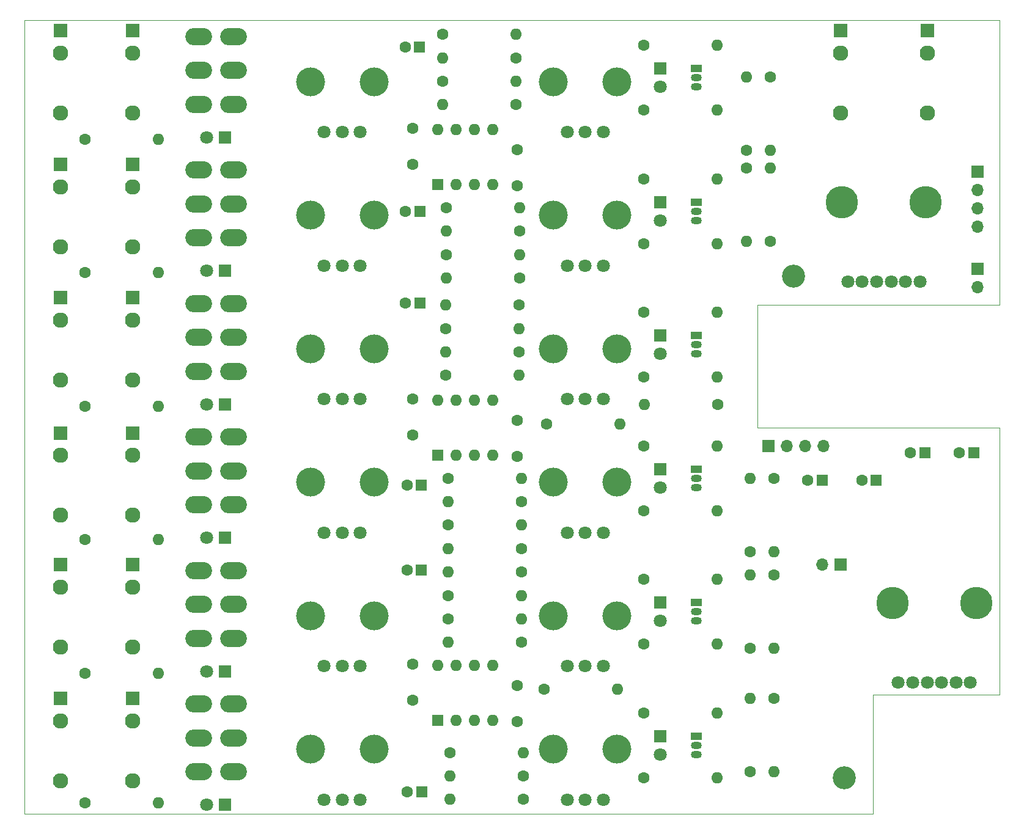
<source format=gts>
G04 #@! TF.GenerationSoftware,KiCad,Pcbnew,(6.0.0)*
G04 #@! TF.CreationDate,2022-04-30T23:28:04+02:00*
G04 #@! TF.ProjectId,Output-mixer,4f757470-7574-42d6-9d69-7865722e6b69,rev?*
G04 #@! TF.SameCoordinates,Original*
G04 #@! TF.FileFunction,Soldermask,Top*
G04 #@! TF.FilePolarity,Negative*
%FSLAX46Y46*%
G04 Gerber Fmt 4.6, Leading zero omitted, Abs format (unit mm)*
G04 Created by KiCad (PCBNEW (6.0.0)) date 2022-04-30 23:28:04*
%MOMM*%
%LPD*%
G01*
G04 APERTURE LIST*
G04 #@! TA.AperFunction,Profile*
%ADD10C,0.050000*%
G04 #@! TD*
G04 #@! TA.AperFunction,Profile*
%ADD11C,0.100000*%
G04 #@! TD*
%ADD12C,4.000000*%
%ADD13C,1.800000*%
%ADD14C,1.600000*%
%ADD15O,1.600000X1.600000*%
%ADD16R,1.600000X1.600000*%
%ADD17R,1.930000X1.830000*%
%ADD18C,2.130000*%
%ADD19O,3.700000X2.400000*%
%ADD20R,1.800000X1.800000*%
%ADD21C,4.500000*%
%ADD22C,3.200000*%
%ADD23R,1.500000X1.050000*%
%ADD24O,1.500000X1.050000*%
%ADD25R,1.700000X1.700000*%
%ADD26O,1.700000X1.700000*%
G04 APERTURE END LIST*
D10*
X152000000Y-31000000D02*
X152000000Y-70500000D01*
X17000000Y-31000000D02*
X17000000Y-141000000D01*
X17000000Y-31000000D02*
X152000000Y-31000000D01*
D11*
X118500000Y-87500000D02*
X118500000Y-70500000D01*
X152000000Y-87500000D02*
X118500000Y-87500000D01*
X152000000Y-87500000D02*
X152000000Y-124500000D01*
X118500000Y-70500000D02*
X152000000Y-70500000D01*
D10*
X17000000Y-141000000D02*
X134500000Y-141000000D01*
D11*
X152000000Y-124500000D02*
X134500000Y-124500000D01*
X134500000Y-124500000D02*
X134500000Y-141000000D01*
D12*
X65400000Y-39550000D03*
X56600000Y-39550000D03*
D13*
X63500000Y-46550000D03*
X61000000Y-46550000D03*
X58500000Y-46550000D03*
D14*
X85250000Y-123250000D03*
X85250000Y-128250000D03*
X86080000Y-139000000D03*
D15*
X75920000Y-139000000D03*
D14*
X120250000Y-38920000D03*
D15*
X120250000Y-49080000D03*
D14*
X117000000Y-51500000D03*
D15*
X117000000Y-61660000D03*
D14*
X70750000Y-46000000D03*
X70750000Y-51000000D03*
D16*
X71955112Y-95500000D03*
D14*
X69955112Y-95500000D03*
D17*
X22000000Y-106500000D03*
D18*
X22000000Y-117900000D03*
X22000000Y-109600000D03*
D16*
X134955113Y-94750000D03*
D14*
X132955113Y-94750000D03*
D19*
X41100000Y-70300000D03*
X41100000Y-75000000D03*
X41100000Y-79700000D03*
X45900000Y-70300000D03*
X45900000Y-75000000D03*
X45900000Y-79700000D03*
D16*
X72000000Y-138000000D03*
D14*
X70000000Y-138000000D03*
D20*
X105000000Y-56225000D03*
D13*
X105000000Y-58765000D03*
D14*
X75340000Y-80250000D03*
D15*
X85500000Y-80250000D03*
D14*
X102780000Y-136000000D03*
D15*
X112940000Y-136000000D03*
D14*
X102780000Y-62000000D03*
D15*
X112940000Y-62000000D03*
D12*
X99040000Y-95050000D03*
X90240000Y-95050000D03*
D13*
X97140000Y-102050000D03*
X94640000Y-102050000D03*
X92140000Y-102050000D03*
X133000000Y-67275000D03*
X131000000Y-67275000D03*
X141000000Y-67275000D03*
X135000000Y-67275000D03*
X137000000Y-67275000D03*
X139000000Y-67275000D03*
D21*
X130200000Y-56275000D03*
X141800000Y-56275000D03*
D16*
X127455112Y-94750000D03*
D14*
X125455112Y-94750000D03*
X85500000Y-70500000D03*
D15*
X75340000Y-70500000D03*
D12*
X56600000Y-113550000D03*
X65400000Y-113550000D03*
D13*
X63500000Y-120550000D03*
X61000000Y-120550000D03*
X58500000Y-120550000D03*
D14*
X85830000Y-107500000D03*
D15*
X75670000Y-107500000D03*
D16*
X71955112Y-107250000D03*
D14*
X69955112Y-107250000D03*
X85250000Y-49000000D03*
X85250000Y-54000000D03*
D12*
X56600000Y-58050000D03*
X65400000Y-58050000D03*
D13*
X63500000Y-65050000D03*
X61000000Y-65050000D03*
X58500000Y-65050000D03*
D12*
X99040000Y-76550000D03*
X90240000Y-76550000D03*
D13*
X97140000Y-83550000D03*
X94640000Y-83550000D03*
X92140000Y-83550000D03*
D14*
X86080000Y-135750000D03*
D15*
X75920000Y-135750000D03*
D22*
X130500000Y-136000000D03*
D14*
X75420000Y-57000000D03*
D15*
X85580000Y-57000000D03*
D17*
X32000000Y-51000000D03*
D18*
X32000000Y-62400000D03*
X32000000Y-54100000D03*
D14*
X102780000Y-127000000D03*
D15*
X112940000Y-127000000D03*
D17*
X32000000Y-106500000D03*
D18*
X32000000Y-117900000D03*
X32000000Y-109600000D03*
D17*
X21960000Y-32500000D03*
D18*
X21960000Y-43900000D03*
X21960000Y-35600000D03*
D16*
X71750000Y-57500000D03*
D14*
X69750000Y-57500000D03*
D19*
X41100000Y-107300000D03*
X41100000Y-112000000D03*
X41100000Y-116700000D03*
X45900000Y-107300000D03*
X45900000Y-112000000D03*
X45900000Y-116700000D03*
D17*
X22000000Y-125000000D03*
D18*
X22000000Y-136400000D03*
X22000000Y-128100000D03*
D14*
X120750000Y-125000000D03*
D15*
X120750000Y-135160000D03*
D23*
X110000000Y-37730000D03*
D24*
X110000000Y-39000000D03*
X110000000Y-40270000D03*
D23*
X110000000Y-93230000D03*
D24*
X110000000Y-94500000D03*
X110000000Y-95770000D03*
D14*
X102780000Y-43500000D03*
D15*
X112940000Y-43500000D03*
D17*
X32000000Y-69500000D03*
D18*
X32000000Y-80900000D03*
X32000000Y-72600000D03*
D14*
X120250000Y-61660000D03*
D15*
X120250000Y-51500000D03*
D20*
X105000000Y-130225000D03*
D13*
X105000000Y-132765000D03*
D14*
X102780000Y-117500000D03*
D15*
X112940000Y-117500000D03*
D19*
X41100000Y-33300000D03*
X41100000Y-38000000D03*
X41100000Y-42700000D03*
X45900000Y-33300000D03*
X45900000Y-38000000D03*
X45900000Y-42700000D03*
D14*
X102780000Y-108500000D03*
D15*
X112940000Y-108500000D03*
D20*
X105000000Y-111725000D03*
D13*
X105000000Y-114265000D03*
D14*
X117000000Y-49080000D03*
D15*
X117000000Y-38920000D03*
D14*
X102780000Y-80500000D03*
D15*
X112940000Y-80500000D03*
D17*
X22000000Y-51000000D03*
D18*
X22000000Y-62400000D03*
X22000000Y-54100000D03*
D16*
X74200000Y-128050000D03*
D15*
X76740000Y-128050000D03*
X79280000Y-128050000D03*
X81820000Y-128050000D03*
X81820000Y-120430000D03*
X79280000Y-120430000D03*
X76740000Y-120430000D03*
X74200000Y-120430000D03*
D16*
X148455113Y-91000000D03*
D14*
X146455113Y-91000000D03*
D12*
X56600000Y-76550000D03*
X65400000Y-76550000D03*
D13*
X63500000Y-83550000D03*
X61000000Y-83550000D03*
X58500000Y-83550000D03*
D17*
X22000000Y-88220000D03*
D18*
X22000000Y-99620000D03*
X22000000Y-91320000D03*
D14*
X102780000Y-53000000D03*
D15*
X112940000Y-53000000D03*
D14*
X85080000Y-36250000D03*
D15*
X74920000Y-36250000D03*
D14*
X25340000Y-66000000D03*
D15*
X35500000Y-66000000D03*
D17*
X142000000Y-32500000D03*
D18*
X142000000Y-43900000D03*
X142000000Y-35600000D03*
D13*
X140000000Y-122775000D03*
X138000000Y-122775000D03*
X148000000Y-122775000D03*
X142000000Y-122775000D03*
X144000000Y-122775000D03*
X146000000Y-122775000D03*
D21*
X137200000Y-111775000D03*
X148800000Y-111775000D03*
D12*
X65400000Y-95050000D03*
X56600000Y-95050000D03*
D13*
X63500000Y-102050000D03*
X61000000Y-102050000D03*
X58500000Y-102050000D03*
D14*
X102780000Y-71500000D03*
D15*
X112940000Y-71500000D03*
D14*
X113000000Y-84250000D03*
D15*
X102840000Y-84250000D03*
D17*
X22000000Y-69500000D03*
D18*
X22000000Y-80900000D03*
X22000000Y-72600000D03*
D14*
X89250000Y-87000000D03*
D15*
X99410000Y-87000000D03*
D14*
X70750000Y-120250000D03*
X70750000Y-125250000D03*
D17*
X31960000Y-32500000D03*
D18*
X31960000Y-43900000D03*
X31960000Y-35600000D03*
D14*
X120750000Y-94500000D03*
D15*
X120750000Y-104660000D03*
D14*
X75670000Y-110750000D03*
D15*
X85830000Y-110750000D03*
D14*
X85830000Y-117250000D03*
D15*
X75670000Y-117250000D03*
D14*
X75420000Y-63500000D03*
D15*
X85580000Y-63500000D03*
D12*
X99040000Y-113550000D03*
X90240000Y-113550000D03*
D13*
X97140000Y-120550000D03*
X94640000Y-120550000D03*
X92140000Y-120550000D03*
D14*
X120750000Y-107920000D03*
D15*
X120750000Y-118080000D03*
D16*
X71705113Y-34750000D03*
D14*
X69705113Y-34750000D03*
X75340000Y-73750000D03*
D15*
X85500000Y-73750000D03*
D16*
X71750000Y-70250000D03*
D14*
X69750000Y-70250000D03*
D20*
X44775000Y-47250000D03*
D13*
X42235000Y-47250000D03*
D14*
X75670000Y-114000000D03*
D15*
X85830000Y-114000000D03*
D16*
X141705113Y-91000000D03*
D14*
X139705113Y-91000000D03*
X117500000Y-118080000D03*
D15*
X117500000Y-107920000D03*
D14*
X88920000Y-123750000D03*
D15*
X99080000Y-123750000D03*
D14*
X75920000Y-132500000D03*
D15*
X86080000Y-132500000D03*
D17*
X32000000Y-88220000D03*
D18*
X32000000Y-99620000D03*
X32000000Y-91320000D03*
D14*
X75670000Y-101000000D03*
D15*
X85830000Y-101000000D03*
D12*
X90240000Y-58050000D03*
X99040000Y-58050000D03*
D13*
X97140000Y-65050000D03*
X94640000Y-65050000D03*
X92140000Y-65050000D03*
D12*
X56600000Y-132050000D03*
X65400000Y-132050000D03*
D13*
X63500000Y-139050000D03*
X61000000Y-139050000D03*
X58500000Y-139050000D03*
D20*
X44775000Y-121250000D03*
D13*
X42235000Y-121250000D03*
D14*
X85830000Y-104250000D03*
D15*
X75670000Y-104250000D03*
D14*
X25340000Y-103000000D03*
D15*
X35500000Y-103000000D03*
D14*
X85500000Y-77000000D03*
D15*
X75340000Y-77000000D03*
D14*
X70750000Y-83500000D03*
X70750000Y-88500000D03*
D22*
X123500000Y-66500000D03*
D20*
X44775000Y-102750000D03*
D13*
X42235000Y-102750000D03*
D14*
X85830000Y-97750000D03*
D15*
X75670000Y-97750000D03*
D20*
X44775000Y-84250000D03*
D13*
X42235000Y-84250000D03*
D14*
X25340000Y-121500000D03*
D15*
X35500000Y-121500000D03*
D23*
X110000000Y-130230000D03*
D24*
X110000000Y-131500000D03*
X110000000Y-132770000D03*
D14*
X74920000Y-33000000D03*
D15*
X85080000Y-33000000D03*
D14*
X74920000Y-39500000D03*
D15*
X85080000Y-39500000D03*
D20*
X105000000Y-74725000D03*
D13*
X105000000Y-77265000D03*
D17*
X32000000Y-125000000D03*
D18*
X32000000Y-136400000D03*
X32000000Y-128100000D03*
D19*
X41100000Y-88800000D03*
X41100000Y-93500000D03*
X41100000Y-98200000D03*
X45900000Y-88800000D03*
X45900000Y-93500000D03*
X45900000Y-98200000D03*
D16*
X74200000Y-91300000D03*
D15*
X76740000Y-91300000D03*
X79280000Y-91300000D03*
X81820000Y-91300000D03*
X81820000Y-83680000D03*
X79280000Y-83680000D03*
X76740000Y-83680000D03*
X74200000Y-83680000D03*
D20*
X105000000Y-37730000D03*
D13*
X105000000Y-40270000D03*
D19*
X41100000Y-51800000D03*
X41100000Y-56500000D03*
X41100000Y-61200000D03*
X45900000Y-51800000D03*
X45900000Y-56500000D03*
X45900000Y-61200000D03*
D14*
X25340000Y-139500000D03*
D15*
X35500000Y-139500000D03*
D14*
X102780000Y-99000000D03*
D15*
X112940000Y-99000000D03*
D14*
X85580000Y-60250000D03*
D15*
X75420000Y-60250000D03*
D19*
X41100000Y-125800000D03*
X41100000Y-130500000D03*
X41100000Y-135200000D03*
X45900000Y-125800000D03*
X45900000Y-130500000D03*
X45900000Y-135200000D03*
D14*
X85580000Y-66750000D03*
D15*
X75420000Y-66750000D03*
D14*
X25340000Y-47500000D03*
D15*
X35500000Y-47500000D03*
D14*
X102780000Y-34500000D03*
D15*
X112940000Y-34500000D03*
D14*
X117500000Y-104660000D03*
D15*
X117500000Y-94500000D03*
D23*
X110000000Y-74730000D03*
D24*
X110000000Y-76000000D03*
X110000000Y-77270000D03*
D12*
X90240000Y-39550000D03*
X99040000Y-39550000D03*
D13*
X97140000Y-46550000D03*
X94640000Y-46550000D03*
X92140000Y-46550000D03*
D20*
X44775000Y-139700000D03*
D13*
X42235000Y-139700000D03*
D14*
X85250000Y-86500000D03*
X85250000Y-91500000D03*
X85080000Y-42750000D03*
D15*
X74920000Y-42750000D03*
D14*
X25340000Y-84500000D03*
D15*
X35500000Y-84500000D03*
D20*
X44775000Y-65750000D03*
D13*
X42235000Y-65750000D03*
D17*
X130000000Y-32500000D03*
D18*
X130000000Y-43900000D03*
X130000000Y-35600000D03*
D12*
X90240000Y-132050000D03*
X99040000Y-132050000D03*
D13*
X97140000Y-139050000D03*
X94640000Y-139050000D03*
X92140000Y-139050000D03*
D14*
X75670000Y-94500000D03*
D15*
X85830000Y-94500000D03*
D14*
X117500000Y-135160000D03*
D15*
X117500000Y-125000000D03*
D14*
X102780000Y-90000000D03*
D15*
X112940000Y-90000000D03*
D23*
X110000000Y-56230000D03*
D24*
X110000000Y-57500000D03*
X110000000Y-58770000D03*
D23*
X110000000Y-111730000D03*
D24*
X110000000Y-113000000D03*
X110000000Y-114270000D03*
D16*
X74200000Y-53800000D03*
D15*
X76740000Y-53800000D03*
X79280000Y-53800000D03*
X81820000Y-53800000D03*
X81820000Y-46180000D03*
X79280000Y-46180000D03*
X76740000Y-46180000D03*
X74200000Y-46180000D03*
D20*
X105000000Y-93225000D03*
D13*
X105000000Y-95765000D03*
D25*
X149000000Y-65500000D03*
D26*
X149000000Y-68040000D03*
D25*
X149000000Y-52000000D03*
D26*
X149000000Y-54540000D03*
X149000000Y-57080000D03*
X149000000Y-59620000D03*
D25*
X120000000Y-90000000D03*
D26*
X122540000Y-90000000D03*
X125080000Y-90000000D03*
X127620000Y-90000000D03*
D25*
X130000000Y-106500000D03*
D26*
X127460000Y-106500000D03*
M02*

</source>
